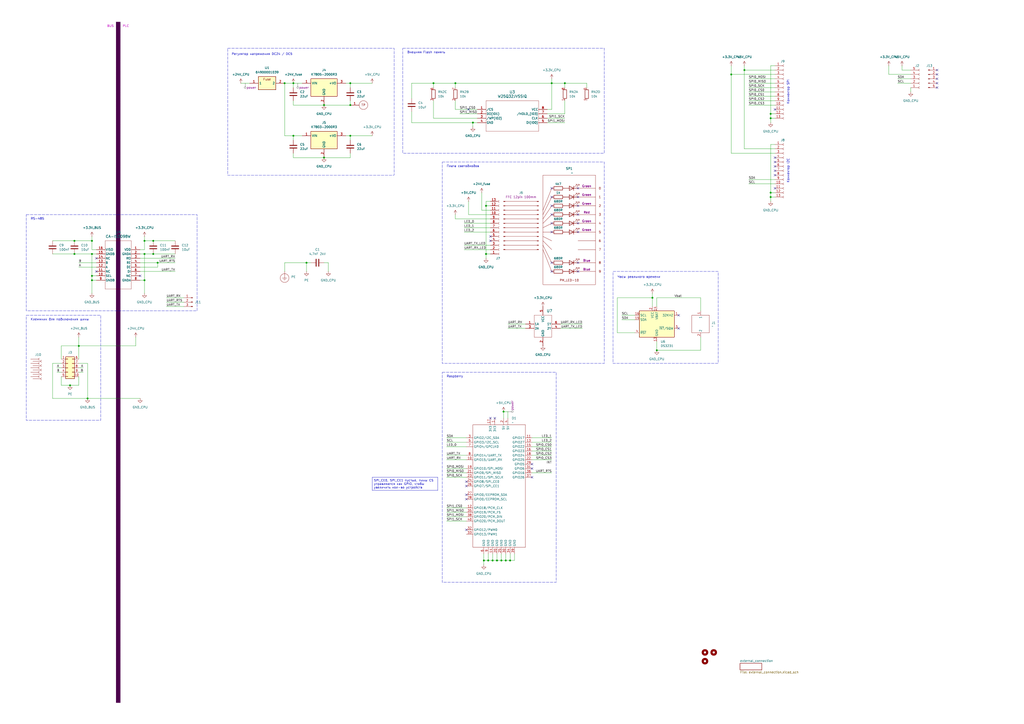
<source format=kicad_sch>
(kicad_sch (version 20250114) (generator "eeschema") (generator_version "9.0")
  (paper "A2")
  (title_block (title "${article} v${version}"))
  (rectangle (start 256.54 215.9) (end 322.58 337.82) (stroke (width 0) (type dash)))
  (rectangle (start 15.24 124.46) (end 114.3 180.34) (stroke (width 0) (type dash)))
  (rectangle (start 67.31 12.7) (end 69.85 407.67) (stroke (width 0) (type dot) (color 72 0 72 1)) (fill (type color) (color 72 0 72 1)))
  (rectangle (start 355.6 157.48) (end 416.56 210.82) (stroke (width 0) (type dash)))
  (rectangle (start 256.54 93.98) (end 350.52 210.82) (stroke (width 0) (type dash)))
  (rectangle (start 233.68 27.94) (end 350.52 88.9) (stroke (width 0) (type dash)))
  (rectangle (start 15.24 182.88) (end 58.42 243.84) (stroke (width 0) (type dash)))
  (rectangle (start 132.08 27.94) (end 228.6 101.6) (stroke (width 0) (type dash)))
  (text "BUS" (at 66.04 15.24 0) (effects (font (size 1.27 1.27)) (justify right)))
  (text "Клеммник для подключения шины" (at 17.78 185.42 0) (effects (font (size 1.27 1.27)) (justify left)))
  (text "RS-485" (at 17.78 127 0) (effects (font (size 1.27 1.27)) (justify left)))
  (text "Внешняя Flash память" (at 236.22 30.48 0) (effects (font (size 1.27 1.27)) (justify left)))
  (text "Raspberry" (at 259.08 218.44 0) (effects (font (size 1.27 1.27)) (justify left)))
  (text "PLC" (at 71.12 15.24 0) (effects (font (size 1.27 1.27)) (justify left)))
  (text "Коннектор SPI" (at 457.2 53.34 90) (effects (font (size 1.27 1.27))))
  (text "Часы реального времени" (at 358.14 160.02 0) (effects (font (size 1.27 1.27)) (justify left top)))
  (text "Коннектор I2C" (at 457.2 99.06 90) (effects (font (size 1.27 1.27))))
  (text "Регулятор напряжения DC24 / DC5" (at 134.366 31.496 0) (effects (font (size 1.27 1.27)) (justify left)))
  (text "Плата светодиодов" (at 259.08 96.52 0) (effects (font (size 1.27 1.27)) (justify left)))
  (text_box "SPI_CE0, SPI_CE1 пустые, пины CS управляются как GPIO, чтобы увеличить кол-во устройств" (at 215.9 276.86 0) (size 38.1 7.62) (margins 0.9525 0.9525 0.9525 0.9525) (effects (font (size 1.27 1.27)) (justify left)))
  (junction (at 447.04 111.76))
  (junction (at 170.18 48.26))
  (junction (at 53.34 160.02))
  (junction (at 83.82 139.7))
  (junction (at 281.94 119.38))
  (junction (at 288.29 325.12))
  (junction (at 447.04 66.04))
  (junction (at 43.18 139.7))
  (junction (at 177.8 152.4))
  (junction (at 281.94 147.32))
  (junction (at 320.04 48.26))
  (junction (at 327.66 48.26))
  (junction (at 83.82 147.32))
  (junction (at 45.72 200.66))
  (junction (at 83.82 162.56))
  (junction (at 187.96 60.96))
  (junction (at 53.34 139.7))
  (junction (at 53.34 147.32))
  (junction (at 264.16 48.26))
  (junction (at 165.1 48.26))
  (junction (at 50.8 231.14))
  (junction (at 53.34 162.56))
  (junction (at 431.8 40.64))
  (junction (at 290.83 325.12))
  (junction (at 251.46 48.26))
  (junction (at 203.2 60.96))
  (junction (at 293.37 325.12))
  (junction (at 187.96 91.44))
  (junction (at 285.75 325.12))
  (junction (at 40.64 223.52))
  (junction (at 91.44 152.4))
  (junction (at 292.1 238.76))
  (junction (at 43.18 147.32))
  (junction (at 295.91 325.12))
  (junction (at 88.9 139.7))
  (junction (at 88.9 147.32))
  (junction (at 447.04 114.3))
  (junction (at 381 203.2))
  (junction (at 274.32 71.12))
  (junction (at 447.04 68.58))
  (junction (at 203.2 48.26))
  (junction (at 378.46 172.72))
  (junction (at 283.21 325.12))
  (junction (at 424.18 43.18))
  (junction (at 170.18 78.74))
  (junction (at 203.2 78.74))
  (junction (at 280.67 325.12))
  (no_connect (at 55.88 157.48))
  (no_connect (at 449.58 99.06))
  (no_connect (at 320.04 119.38))
  (no_connect (at 270.51 281.94))
  (no_connect (at 308.61 276.86))
  (no_connect (at 335.28 119.38))
  (no_connect (at 449.58 63.5))
  (no_connect (at 335.28 109.22))
  (no_connect (at 335.28 124.46))
  (no_connect (at 449.58 101.6))
  (no_connect (at 449.58 91.44))
  (no_connect (at 320.04 157.48))
  (no_connect (at 543.56 48.26))
  (no_connect (at 287.02 242.57))
  (no_connect (at 320.04 152.4))
  (no_connect (at 335.28 129.54))
  (no_connect (at 449.58 93.98))
  (no_connect (at 320.04 129.54))
  (no_connect (at 270.51 307.34))
  (no_connect (at 543.56 45.72))
  (no_connect (at 543.56 43.18))
  (no_connect (at 543.56 50.8))
  (no_connect (at 270.51 289.56))
  (no_connect (at 335.28 134.62))
  (no_connect (at 81.28 160.02))
  (no_connect (at 335.28 114.3))
  (no_connect (at 543.56 40.64))
  (no_connect (at 449.58 109.22))
  (no_connect (at 55.88 149.86))
  (no_connect (at 335.28 152.4))
  (no_connect (at 335.28 157.48))
  (no_connect (at 449.58 96.52))
  (no_connect (at 270.51 287.02))
  (no_connect (at 284.48 137.16))
  (no_connect (at 284.48 242.57))
  (no_connect (at 271.78 63.5))
  (no_connect (at 284.48 139.7))
  (no_connect (at 320.04 124.46))
  (no_connect (at 320.04 114.3))
  (no_connect (at 320.04 134.62))
  (no_connect (at 308.61 271.78))
  (no_connect (at 393.7 190.5))
  (no_connect (at 270.51 279.4))
  (no_connect (at 308.61 269.24))
  (no_connect (at 320.04 109.22))
  (no_connect (at 393.7 182.88))
  (wire (pts (xy 264.16 48.26) (xy 264.16 50.8)))
  (wire (pts (xy 53.34 147.32) (xy 53.34 160.02)))
  (wire (pts (xy 45.72 215.9) (xy 48.26 215.9)))
  (wire (pts (xy 279.4 121.92) (xy 284.48 121.92)))
  (wire (pts (xy 447.04 71.12) (xy 447.04 68.58)))
  (wire (pts (xy 88.9 147.32) (xy 101.6 147.32)))
  (wire (pts (xy 449.58 114.3) (xy 447.04 114.3)))
  (wire (pts (xy 327.66 48.26) (xy 320.04 48.26)))
  (wire (pts (xy 358.14 172.72) (xy 378.46 172.72)))
  (wire (pts (xy 170.18 78.74) (xy 170.18 81.28)))
  (wire (pts (xy 35.56 208.28) (xy 35.56 200.66)))
  (wire (pts (xy 91.44 152.4) (xy 91.44 154.94)))
  (wire (pts (xy 96.52 175.26) (xy 106.68 175.26)))
  (wire (pts (xy 424.18 43.18) (xy 449.58 43.18)))
  (wire (pts (xy 381 198.12) (xy 381 203.2)))
  (wire (pts (xy 259.08 276.86) (xy 270.51 276.86)))
  (wire (pts (xy 190.5 157.48) (xy 190.5 152.4)))
  (wire (pts (xy 381 177.8) (xy 381 172.72)))
  (wire (pts (xy 203.2 78.74) (xy 215.9 78.74)))
  (wire (pts (xy 177.8 152.4) (xy 180.34 152.4)))
  (wire (pts (xy 317.5 68.58) (xy 327.66 68.58)))
  (wire (pts (xy 434.34 106.68) (xy 449.58 106.68)))
  (wire (pts (xy 308.61 264.16) (xy 320.04 264.16)))
  (wire (pts (xy 269.24 142.24) (xy 284.48 142.24)))
  (wire (pts (xy 360.68 185.42) (xy 368.3 185.42)))
  (wire (pts (xy 264.16 63.5) (xy 276.86 63.5)))
  (wire (pts (xy 40.64 223.52) (xy 45.72 223.52)))
  (wire (pts (xy 30.48 139.7) (xy 43.18 139.7)))
  (wire (pts (xy 406.4 172.72) (xy 406.4 180.34)))
  (wire (pts (xy 295.91 321.31) (xy 295.91 325.12)))
  (wire (pts (xy 78.74 195.58) (xy 78.74 200.66)))
  (wire (pts (xy 53.34 139.7) (xy 53.34 144.78)))
  (wire (pts (xy 35.56 223.52) (xy 40.64 223.52)))
  (wire (pts (xy 293.37 321.31) (xy 293.37 325.12)))
  (wire (pts (xy 81.28 149.86) (xy 101.6 149.86)))
  (wire (pts (xy 434.34 45.72) (xy 449.58 45.72)))
  (wire (pts (xy 45.72 195.58) (xy 45.72 200.66)))
  (wire (pts (xy 50.8 210.82) (xy 50.8 231.14)))
  (wire (pts (xy 35.56 210.82) (xy 30.48 210.82)))
  (wire (pts (xy 81.28 154.94) (xy 91.44 154.94)))
  (wire (pts (xy 280.67 321.31) (xy 280.67 325.12)))
  (wire (pts (xy 434.34 58.42) (xy 449.58 58.42)))
  (wire (pts (xy 55.88 147.32) (xy 53.34 147.32)))
  (wire (pts (xy 81.28 147.32) (xy 83.82 147.32)))
  (wire (pts (xy 45.72 152.4) (xy 55.88 152.4)))
  (wire (pts (xy 33.02 215.9) (xy 35.56 215.9)))
  (wire (pts (xy 449.58 88.9) (xy 424.18 88.9)))
  (wire (pts (xy 30.48 210.82) (xy 30.48 231.14)))
  (wire (pts (xy 238.76 57.15) (xy 238.76 48.26)))
  (wire (pts (xy 269.24 132.08) (xy 284.48 132.08)))
  (wire (pts (xy 308.61 254) (xy 320.04 254)))
  (wire (pts (xy 30.48 231.14) (xy 50.8 231.14)))
  (wire (pts (xy 170.18 60.96) (xy 187.96 60.96)))
  (wire (pts (xy 203.2 48.26) (xy 203.2 50.8)))
  (wire (pts (xy 294.64 187.96) (xy 304.8 187.96)))
  (wire (pts (xy 308.61 256.54) (xy 320.04 256.54)))
  (wire (pts (xy 271.78 116.84) (xy 271.78 124.46)))
  (wire (pts (xy 281.94 119.38) (xy 281.94 147.32)))
  (wire (pts (xy 170.18 48.26) (xy 175.26 48.26)))
  (wire (pts (xy 434.34 50.8) (xy 449.58 50.8)))
  (wire (pts (xy 203.2 58.42) (xy 203.2 60.96)))
  (wire (pts (xy 447.04 68.58) (xy 447.04 66.04)))
  (wire (pts (xy 281.94 119.38) (xy 284.48 119.38)))
  (wire (pts (xy 424.18 43.18) (xy 424.18 38.1)))
  (wire (pts (xy 281.94 116.84) (xy 281.94 119.38)))
  (wire (pts (xy 81.28 152.4) (xy 91.44 152.4)))
  (wire (pts (xy 283.21 325.12) (xy 285.75 325.12)))
  (wire (pts (xy 203.2 88.9) (xy 203.2 91.44)))
  (wire (pts (xy 170.18 78.74) (xy 165.1 78.74)))
  (wire (pts (xy 50.8 231.14) (xy 81.28 231.14)))
  (wire (pts (xy 139.7 48.26) (xy 144.78 48.26)))
  (wire (pts (xy 431.8 40.64) (xy 449.58 40.64)))
  (wire (pts (xy 320.04 48.26) (xy 320.04 45.72)))
  (wire (pts (xy 170.18 60.96) (xy 170.18 58.42)))
  (wire (pts (xy 447.04 38.1) (xy 447.04 66.04)))
  (wire (pts (xy 337.82 187.96) (xy 325.12 187.96)))
  (wire (pts (xy 43.18 139.7) (xy 53.34 139.7)))
  (wire (pts (xy 520.7 48.26) (xy 528.32 48.26)))
  (wire (pts (xy 294.64 238.76) (xy 292.1 238.76)))
  (wire (pts (xy 251.46 48.26) (xy 251.46 50.8)))
  (wire (pts (xy 187.96 60.96) (xy 203.2 60.96)))
  (wire (pts (xy 83.82 137.16) (xy 83.82 139.7)))
  (wire (pts (xy 378.46 170.18) (xy 378.46 172.72)))
  (wire (pts (xy 358.14 193.04) (xy 368.3 193.04)))
  (wire (pts (xy 280.67 325.12) (xy 283.21 325.12)))
  (wire (pts (xy 381 172.72) (xy 406.4 172.72)))
  (wire (pts (xy 378.46 172.72) (xy 378.46 177.8)))
  (wire (pts (xy 281.94 147.32) (xy 284.48 147.32)))
  (wire (pts (xy 175.26 78.74) (xy 170.18 78.74)))
  (wire (pts (xy 447.04 114.3) (xy 447.04 116.84)))
  (wire (pts (xy 308.61 259.08) (xy 320.04 259.08)))
  (wire (pts (xy 96.52 172.72) (xy 106.68 172.72)))
  (wire (pts (xy 294.64 190.5) (xy 304.8 190.5)))
  (wire (pts (xy 327.66 66.04) (xy 327.66 58.42)))
  (wire (pts (xy 269.24 144.78) (xy 284.48 144.78)))
  (wire (pts (xy 203.2 48.26) (xy 215.9 48.26)))
  (wire (pts (xy 165.1 152.4) (xy 177.8 152.4)))
  (wire (pts (xy 449.58 86.36) (xy 431.8 86.36)))
  (wire (pts (xy 320.04 63.5) (xy 320.04 48.26)))
  (wire (pts (xy 449.58 111.76) (xy 447.04 111.76)))
  (wire (pts (xy 33.02 213.36) (xy 35.56 213.36)))
  (wire (pts (xy 259.08 264.16) (xy 270.51 264.16)))
  (wire (pts (xy 528.32 50.8) (xy 528.32 53.34)))
  (wire (pts (xy 271.78 124.46) (xy 284.48 124.46)))
  (wire (pts (xy 434.34 48.26) (xy 449.58 48.26)))
  (wire (pts (xy 259.08 266.7) (xy 270.51 266.7)))
  (wire (pts (xy 276.86 68.58) (xy 251.46 68.58)))
  (wire (pts (xy 308.61 274.32) (xy 320.04 274.32)))
  (wire (pts (xy 279.4 111.76) (xy 279.4 121.92)))
  (wire (pts (xy 288.29 325.12) (xy 290.83 325.12)))
  (wire (pts (xy 53.34 160.02) (xy 55.88 160.02)))
  (wire (pts (xy 528.32 43.18) (xy 515.62 43.18)))
  (wire (pts (xy 170.18 91.44) (xy 187.96 91.44)))
  (wire (pts (xy 91.44 152.4) (xy 101.6 152.4)))
  (wire (pts (xy 434.34 55.88) (xy 449.58 55.88)))
  (wire (pts (xy 298.45 321.31) (xy 298.45 325.12)))
  (wire (pts (xy 523.24 40.64) (xy 523.24 38.1)))
  (wire (pts (xy 45.72 154.94) (xy 55.88 154.94)))
  (wire (pts (xy 251.46 58.42) (xy 251.46 68.58)))
  (wire (pts (xy 269.24 129.54) (xy 284.48 129.54)))
  (wire (pts (xy 424.18 88.9) (xy 424.18 43.18)))
  (wire (pts (xy 259.08 274.32) (xy 270.51 274.32)))
  (wire (pts (xy 83.82 147.32) (xy 83.82 162.56)))
  (wire (pts (xy 308.61 266.7) (xy 320.04 266.7)))
  (wire (pts (xy 285.75 321.31) (xy 285.75 325.12)))
  (wire (pts (xy 259.08 297.18) (xy 270.51 297.18)))
  (wire (pts (xy 190.5 152.4) (xy 187.96 152.4)))
  (wire (pts (xy 337.82 190.5) (xy 325.12 190.5)))
  (wire (pts (xy 274.32 71.12) (xy 274.32 73.66)))
  (wire (pts (xy 259.08 299.72) (xy 270.51 299.72)))
  (wire (pts (xy 447.04 83.82) (xy 447.04 111.76)))
  (wire (pts (xy 294.64 238.76) (xy 294.64 242.57)))
  (wire (pts (xy 30.48 147.32) (xy 43.18 147.32)))
  (wire (pts (xy 35.56 200.66) (xy 45.72 200.66)))
  (wire (pts (xy 269.24 134.62) (xy 284.48 134.62)))
  (wire (pts (xy 264.16 127) (xy 284.48 127)))
  (wire (pts (xy 83.82 162.56) (xy 83.82 170.18)))
  (wire (pts (xy 340.36 50.8) (xy 340.36 48.26)))
  (wire (pts (xy 327.66 48.26) (xy 327.66 50.8)))
  (wire (pts (xy 259.08 259.08) (xy 270.51 259.08)))
  (wire (pts (xy 177.8 152.4) (xy 177.8 157.48)))
  (wire (pts (xy 259.08 254) (xy 270.51 254)))
  (wire (pts (xy 290.83 321.31) (xy 290.83 325.12)))
  (wire (pts (xy 170.18 48.26) (xy 170.18 50.8)))
  (wire (pts (xy 83.82 144.78) (xy 83.82 139.7)))
  (wire (pts (xy 381 203.2) (xy 406.4 203.2)))
  (wire (pts (xy 431.8 86.36) (xy 431.8 40.64)))
  (wire (pts (xy 266.7 66.04) (xy 276.86 66.04)))
  (wire (pts (xy 358.14 172.72) (xy 358.14 193.04)))
  (wire (pts (xy 447.04 111.76) (xy 447.04 114.3)))
  (wire (pts (xy 283.21 321.31) (xy 283.21 325.12)))
  (wire (pts (xy 434.34 60.96) (xy 449.58 60.96)))
  (wire (pts (xy 83.82 144.78) (xy 81.28 144.78)))
  (wire (pts (xy 259.08 256.54) (xy 270.51 256.54)))
  (wire (pts (xy 53.34 144.78) (xy 55.88 144.78)))
  (wire (pts (xy 200.66 78.74) (xy 203.2 78.74)))
  (wire (pts (xy 53.34 137.16) (xy 53.34 139.7)))
  (wire (pts (xy 406.4 203.2) (xy 406.4 195.58)))
  (wire (pts (xy 238.76 71.12) (xy 274.32 71.12)))
  (wire (pts (xy 165.1 78.74) (xy 165.1 48.26)))
  (wire (pts (xy 281.94 147.32) (xy 281.94 149.86)))
  (wire (pts (xy 259.08 294.64) (xy 270.51 294.64)))
  (wire (pts (xy 45.72 210.82) (xy 50.8 210.82)))
  (wire (pts (xy 434.34 104.14) (xy 449.58 104.14)))
  (wire (pts (xy 203.2 91.44) (xy 187.96 91.44)))
  (wire (pts (xy 340.36 48.26) (xy 327.66 48.26)))
  (wire (pts (xy 165.1 48.26) (xy 170.18 48.26)))
  (wire (pts (xy 449.58 83.82) (xy 447.04 83.82)))
  (wire (pts (xy 83.82 162.56) (xy 81.28 162.56)))
  (wire (pts (xy 83.82 139.7) (xy 88.9 139.7)))
  (wire (pts (xy 317.5 66.04) (xy 327.66 66.04)))
  (wire (pts (xy 515.62 43.18) (xy 515.62 38.1)))
  (wire (pts (xy 317.5 71.12) (xy 327.66 71.12)))
  (wire (pts (xy 317.5 63.5) (xy 320.04 63.5)))
  (wire (pts (xy 88.9 139.7) (xy 101.6 139.7)))
  (wire (pts (xy 45.72 213.36) (xy 48.26 213.36)))
  (wire (pts (xy 251.46 48.26) (xy 264.16 48.26)))
  (wire (pts (xy 280.67 325.12) (xy 280.67 327.66)))
  (wire (pts (xy 96.52 177.8) (xy 106.68 177.8)))
  (wire (pts (xy 45.72 208.28) (xy 45.72 200.66)))
  (wire (pts (xy 81.28 157.48) (xy 101.6 157.48)))
  (wire (pts (xy 449.58 66.04) (xy 447.04 66.04)))
  (wire (pts (xy 35.56 218.44) (xy 35.56 223.52)))
  (wire (pts (xy 238.76 48.26) (xy 251.46 48.26)))
  (wire (pts (xy 264.16 58.42) (xy 264.16 63.5)))
  (wire (pts (xy 276.86 71.12) (xy 274.32 71.12)))
  (wire (pts (xy 292.1 238.76) (xy 292.1 242.57)))
  (wire (pts (xy 203.2 78.74) (xy 203.2 81.28)))
  (wire (pts (xy 288.29 321.31) (xy 288.29 325.12)))
  (wire (pts (xy 53.34 160.02) (xy 53.34 162.56)))
  (wire (pts (xy 53.34 162.56) (xy 55.88 162.56)))
  (wire (pts (xy 449.58 38.1) (xy 447.04 38.1)))
  (wire (pts (xy 290.83 325.12) (xy 293.37 325.12)))
  (wire (pts (xy 295.91 325.12) (xy 298.45 325.12)))
  (wire (pts (xy 520.7 45.72) (xy 528.32 45.72)))
  (wire (pts (xy 78.74 200.66) (xy 45.72 200.66)))
  (wire (pts (xy 45.72 223.52) (xy 45.72 218.44)))
  (wire (pts (xy 360.68 182.88) (xy 368.3 182.88)))
  (wire (pts (xy 170.18 88.9) (xy 170.18 91.44)))
  (wire (pts (xy 264.16 48.26) (xy 320.04 48.26)))
  (wire (pts (xy 43.18 147.32) (xy 53.34 147.32)))
  (wire (pts (xy 308.61 261.62) (xy 320.04 261.62)))
  (wire (pts (xy 431.8 38.1) (xy 431.8 40.64)))
  (wire (pts (xy 264.16 127) (xy 264.16 124.46)))
  (wire (pts (xy 259.08 271.78) (xy 270.51 271.78)))
  (wire (pts (xy 83.82 147.32) (xy 88.9 147.32)))
  (wire (pts (xy 165.1 157.48) (xy 165.1 152.4)))
  (wire (pts (xy 434.34 53.34) (xy 449.58 53.34)))
  (wire (pts (xy 53.34 162.56) (xy 53.34 170.18)))
  (wire (pts (xy 528.32 40.64) (xy 523.24 40.64)))
  (wire (pts (xy 200.66 48.26) (xy 203.2 48.26)))
  (wire (pts (xy 447.04 68.58) (xy 449.58 68.58)))
  (wire (pts (xy 293.37 325.12) (xy 295.91 325.12)))
  (wire (pts (xy 238.76 64.77) (xy 238.76 71.12)))
  (wire (pts (xy 285.75 325.12) (xy 288.29 325.12)))
  (wire (pts (xy 284.48 116.84) (xy 281.94 116.84)))
  (wire (pts (xy 259.08 302.26) (xy 270.51 302.26)))
  (label "SPI1_MOSI" (at 259.08 299.72 0))
  (label "UART_RTS" (at 320.04 274.32 180))
  (label "UART_RTS" (at 96.52 175.26 0))
  (label "Vbat" (at 391.16 172.72 0))
  (label "SPI0_CS2" (at 434.34 58.42 0))
  (label "UART_RX_LED" (at 269.24 144.78 0))
  (label "SDA" (at 434.34 104.14 0))
  (label "SPI0_CS0" (at 434.34 53.34 0))
  (label "UART_TX_LED" (at 269.24 142.24 0))
  (label "LED_1" (at 269.24 132.08 0))
  (label "SPI1_MOSI" (at 327.66 71.12 180))
  (label "UART_RX" (at 294.64 187.96 0))
  (label "SCL" (at 434.34 106.68 0))
  (label "UART_RTS" (at 101.6 152.4 180))
  (label "LED_2" (at 269.24 134.62 0))
  (label "SDA" (at 259.08 254 0))
  (label "A" (at 33.02 213.36 0))
  (label "SPI0_CS1" (at 434.34 55.88 0))
  (label "SPI1_MISO" (at 266.7 66.04 0))
  (label "A" (at 48.26 213.36 180))
  (label "SPI1_CS0" (at 259.08 294.64 0))
  (label "SDA" (at 360.68 185.42 0))
  (label "UART_TX_LED" (at 337.82 190.5 180))
  (label "UART_TX" (at 294.64 190.5 0))
  (label "SPI0_SCK" (at 259.08 276.86 0))
  (label "UART_RX" (at 259.08 266.7 0))
  (label "SPI0_CS3" (at 320.04 266.7 180))
  (label "UART_RX_LED" (at 337.82 187.96 180))
  (label "SPI1_SCK" (at 327.66 68.58 180))
  (label "INT" (at 320.04 269.24 180))
  (label "UART_RX" (at 96.52 172.72 0))
  (label "LED_2" (at 320.04 256.54 180))
  (label "B" (at 33.02 215.9 0))
  (label "SPI0_CS2" (at 320.04 264.16 180))
  (label "SPI1_SCK" (at 259.08 302.26 0))
  (label "SDA" (at 520.7 45.72 0))
  (label "LED_0" (at 259.08 259.08 0))
  (label "LED_1" (at 320.04 254 180))
  (label "SPI1_CS0" (at 266.7 63.5 0))
  (label "UART_TX" (at 259.08 264.16 0))
  (label "LED_0" (at 269.24 129.54 0))
  (label "SPI0_MOSI" (at 434.34 45.72 0))
  (label "UART_TX" (at 101.6 157.48 180))
  (label "B" (at 45.72 152.4 0))
  (label "B" (at 48.26 215.9 180))
  (label "SPI0_CS1" (at 320.04 261.62 180))
  (label "UART_RX" (at 101.6 149.86 180))
  (label "SPI0_MISO" (at 434.34 48.26 0))
  (label "SPI0_CS0" (at 320.04 259.08 180))
  (label "SCL" (at 259.08 256.54 0))
  (label "SPI0_MOSI" (at 259.08 271.78 0))
  (label "UART_TX" (at 96.52 177.8 0))
  (label "A" (at 45.72 154.94 0))
  (label "SCL" (at 520.7 48.26 0))
  (label "SPI0_MISO" (at 259.08 274.32 0))
  (label "SPI1_MISO" (at 259.08 297.18 0))
  (label "SPI0_SCK" (at 434.34 50.8 0))
  (label "SPI0_CS3" (at 434.34 60.96 0))
  (label "SCL" (at 360.68 182.88 0))
  (netclass_flag "" (length 2.54) (shape round) (at 172.72 48.26 180) (property "Netclass" "power" (at 173.4185 50.8 0) (effects (font (italic yes)) (justify left))))
  (netclass_flag "" (length 2.54) (shape round) (at 294.64 238.76 270) (property "Netclass" "power" (at 297.18 238.0615 90) (effects (font (italic yes)) (justify left))))
  (netclass_flag "" (length 2.54) (shape round) (at 142.24 48.26 180) (property "Netclass" "power" (at 142.9385 50.8 0) (effects (font (italic yes)) (justify left))))
  (symbol (lib_id "kicad_inventree_lib:15EDGKNH-3.5-10P") (at 22.86 213.36 0) (unit 1) (on_board no)
    (property "Reference" "J10" (at 20.32 205.74 0) (effects (justify left)))
    (property "Value" "15EDGKNH-3.5-10P" (effects (hide yes)))
    (property "Datasheet" "http://inventree.network/part/257/" (effects (hide yes)))
    (property "Description" "Generic connector, single row, 01x05, script generated" (effects (hide yes)))
    (property "part_ipn" "15EDGKNH-3.5-10P" (effects (hide yes)))
  )
  (symbol (lib_id "power:GND") (at 187.96 60.96 0) (unit 1)
    (property "Reference" "#PWR04" (effects (hide yes)))
    (property "Value" "GND_CPU" (at 187.96 66.04 0))
    (property "Description" "Power symbol creates a global label with name \"GND\" , ground" (effects (hide yes)))
  )
  (symbol (lib_id "kicad_inventree_lib:R_680R_0603_1%") (at 323.85 129.54 90) (unit 1) (on_board no)
    (property "Reference" "R5" (effects (hide yes)))
    (property "Value" "680R" (at 323.85 127 90))
    (property "Footprint" "Resistor_SMD:R_0603_1608Metric" (effects (hide yes)))
    (property "Datasheet" "http://inventree.network/part/281/" (effects (hide yes)))
    (property "Description" "Resistor" (effects (hide yes)))
    (property "part_ipn" "R_680R_0603_1%" (effects (hide yes)))
  )
  (symbol (lib_id "power:GND") (at 40.64 223.52 0) (mirror y) (unit 1)
    (property "Reference" "#PWR023" (effects (hide yes)))
    (property "Value" "PE" (at 40.64 228.6 0))
    (property "Description" "Power symbol creates a global label with name \"GND\" , ground" (effects (hide yes)))
  )
  (symbol (lib_id "kicad_inventree_lib:R_680R_0603_1%") (at 323.85 157.48 90) (unit 1) (on_board no)
    (property "Reference" "R8" (effects (hide yes)))
    (property "Value" "680R" (at 323.85 154.94 90))
    (property "Footprint" "Resistor_SMD:R_0603_1608Metric" (effects (hide yes)))
    (property "Datasheet" "http://inventree.network/part/281/" (effects (hide yes)))
    (property "Description" "Resistor" (effects (hide yes)))
    (property "part_ipn" "R_680R_0603_1%" (effects (hide yes)))
  )
  (symbol (lib_id "power:+3.3V") (at 515.62 38.1 0) (unit 1)
    (property "Reference" "#PWR030" (effects (hide yes)))
    (property "Value" "+3.3V_CPU" (at 515.62 33.02 0))
    (property "Description" "Power symbol creates a global label with name \"+3.3V\"" (effects (hide yes)))
  )
  (symbol (lib_id "kicad_inventree_lib:MountingHole_M3") (at 408.94 383.54 0) (unit 1) (exclude_from_sim yes) (in_bom no)
    (property "Reference" "H2" (effects (hide yes)))
    (property "Value" "MountingHole_M3" (effects (hide yes)))
    (property "Footprint" "kicad_inventree_lib:MountingHole_M3" (effects (hide yes)))
    (property "Description" "Mounting Hole without connection" (effects (hide yes)))
  )
  (symbol (lib_id "kicad_inventree_lib:XL-1606SYGC") (at 331.47 109.22 180) (unit 1) (on_board no)
    (property "Reference" "D2" (effects (hide yes)))
    (property "Value" "XL-1606SYGC" (effects (hide yes)))
    (property "Footprint" "kicad_inventree_lib:XL-1606" (effects (hide yes)))
    (property "Datasheet" "http://inventree.network/part/278/" (effects (hide yes)))
    (property "Description" "Green" (at 340.36 107.95 0))
    (property "part_ipn" "XL-1606SYGC" (effects (hide yes)))
  )
  (symbol (lib_id "power:+3.3V") (at 314.96 177.8 0) (unit 1)
    (property "Reference" "#PWR037" (effects (hide yes)))
    (property "Value" "+3.3V_CPU" (at 314.96 172.72 0))
    (property "Description" "Power symbol creates a global label with name \"+3.3V\"" (effects (hide yes)))
  )
  (symbol (lib_id "power:+5V") (at 215.9 48.26 0) (unit 1)
    (property "Reference" "#PWR03" (effects (hide yes)))
    (property "Value" "+5V_CPU" (at 215.9 43.18 0))
    (property "Description" "Power symbol creates a global label with name \"+5V\"" (effects (hide yes)))
  )
  (symbol (lib_id "power:GND") (at 280.67 327.66 0) (unit 1)
    (property "Reference" "#PWR017" (effects (hide yes)))
    (property "Value" "GND_CPU" (at 280.67 332.74 0))
    (property "Description" "Power symbol creates a global label with name \"GND\" , ground" (effects (hide yes)))
  )
  (symbol (lib_id "power:+3.3V") (at 320.04 45.72 0) (unit 1)
    (property "Reference" "#PWR014" (effects (hide yes)))
    (property "Value" "+3.3V_CPU" (at 320.04 40.64 0))
    (property "Description" "Power symbol creates a global label with name \"+3.3V\"" (effects (hide yes)))
  )
  (symbol (lib_id "kicad_inventree_lib:XL-1606SYGC") (at 331.47 114.3 180) (unit 1) (on_board no)
    (property "Reference" "D3" (effects (hide yes)))
    (property "Value" "XL-1606SYGC" (effects (hide yes)))
    (property "Footprint" "kicad_inventree_lib:XL-1606" (effects (hide yes)))
    (property "Datasheet" "http://inventree.network/part/278/" (effects (hide yes)))
    (property "Description" "Green" (at 340.36 113.03 0))
    (property "part_ipn" "XL-1606SYGC" (effects (hide yes)))
  )
  (symbol (lib_id "power:+5V") (at 78.74 195.58 0) (mirror y) (unit 1)
    (property "Reference" "#PWR025" (effects (hide yes)))
    (property "Value" "+24V_CPU" (at 78.74 190.5 0))
    (property "Description" "Power symbol creates a global label with name \"+5V\"" (effects (hide yes)))
  )
  (symbol (lib_id "power:GND") (at 281.94 149.86 0) (unit 1)
    (property "Reference" "#PWR032" (effects (hide yes)))
    (property "Value" "GND_CPU" (at 281.94 154.94 0))
    (property "Description" "Power symbol creates a global label with name \"GND\" , ground" (effects (hide yes)))
  )
  (symbol (lib_id "power:GND") (at 381 203.2 0) (unit 1)
    (property "Reference" "#PWR034" (effects (hide yes)))
    (property "Value" "GND_CPU" (at 381 208.28 0))
    (property "Description" "Power symbol creates a global label with name \"GND\" , ground" (effects (hide yes)))
  )
  (symbol (lib_id "kicad_inventree_lib:R_680R_0603_1%") (at 323.85 152.4 90) (unit 1) (on_board no)
    (property "Reference" "R7" (effects (hide yes)))
    (property "Value" "680R" (at 323.85 149.86 90))
    (property "Footprint" "Resistor_SMD:R_0603_1608Metric" (effects (hide yes)))
    (property "Datasheet" "http://inventree.network/part/281/" (effects (hide yes)))
    (property "Description" "Resistor" (effects (hide yes)))
    (property "part_ipn" "R_680R_0603_1%" (effects (hide yes)))
  )
  (symbol (lib_id "kicad_inventree_lib:XL-1606SYGC") (at 331.47 129.54 180) (unit 1) (on_board no)
    (property "Reference" "D6" (effects (hide yes)))
    (property "Value" "XL-1606SYGC" (effects (hide yes)))
    (property "Footprint" "kicad_inventree_lib:XL-1606" (effects (hide yes)))
    (property "Datasheet" "http://inventree.network/part/278/" (effects (hide yes)))
    (property "Description" "Green" (at 340.36 128.27 0))
    (property "part_ipn" "XL-1606SYGC" (effects (hide yes)))
  )
  (symbol (lib_id "kicad_inventree_lib:BS-12-A1AJ002-F") (at 406.4 182.88 0) (unit 1)
    (property "Reference" "J1" (at 412.75 187.3249 0) (effects (justify left)))
    (property "Value" "~" (at 412.75 189.23 0) (effects (justify left)))
    (property "Footprint" "kicad_inventree_lib:BS-12-A1AJ002-F" (effects (hide yes)))
    (property "Datasheet" "http://inventree.network/part/215/" (effects (hide yes)))
    (property "part_ipn" "BS-12-A1AJ002-F" (effects (hide yes)))
  )
  (symbol (lib_id "kicad_inventree_lib:XL-1606SYGC") (at 331.47 134.62 180) (unit 1) (on_board no)
    (property "Reference" "D7" (effects (hide yes)))
    (property "Value" "XL-1606SYGC" (effects (hide yes)))
    (property "Footprint" "kicad_inventree_lib:XL-1606" (effects (hide yes)))
    (property "Datasheet" "http://inventree.network/part/278/" (effects (hide yes)))
    (property "Description" "Green" (at 340.36 133.35 0))
    (property "part_ipn" "XL-1606SYGC" (effects (hide yes)))
  )
  (symbol (lib_id "kicad_inventree_lib:C_22uF_50V_2220_MLCC-X7R") (at 203.2 54.61 0) (unit 1)
    (property "Reference" "C3" (at 207.01 53.3399 0) (effects (justify left)))
    (property "Value" "22uF" (at 207.01 55.8799 0) (effects (justify left)))
    (property "Footprint" "Capacitor_SMD:C_2220_5750Metric" (effects (hide yes)))
    (property "Datasheet" "http://inventree.network/part/99/" (effects (hide yes)))
    (property "Description" "Unpolarized capacitor" (effects (hide yes)))
    (property "part_ipn" "C_22uF_50V_2220_MLCC-X7R" (effects (hide yes)))
  )
  (symbol (lib_id "power:GND") (at 528.32 53.34 0) (mirror y) (unit 1)
    (property "Reference" "#PWR031" (effects (hide yes)))
    (property "Value" "GND_CPU" (at 528.32 58.42 0))
    (property "Description" "Power symbol creates a global label with name \"GND\" , ground" (effects (hide yes)))
  )
  (symbol (lib_id "power:+5V") (at 431.8 38.1 0) (unit 1)
    (property "Reference" "#PWR028" (effects (hide yes)))
    (property "Value" "+5V_CPU" (at 431.8 33.02 0))
    (property "Description" "Power symbol creates a global label with name \"+5V\"" (effects (hide yes)))
  )
  (symbol (lib_id "kicad_inventree_lib:XL-1606UBC") (at 331.47 157.48 180) (unit 1) (on_board no)
    (property "Reference" "D9" (effects (hide yes)))
    (property "Value" "XL-1606UBC" (effects (hide yes)))
    (property "Footprint" "kicad_inventree_lib:XL-1606" (effects (hide yes)))
    (property "Datasheet" "http://inventree.network/part/277/" (effects (hide yes)))
    (property "Description" "Blue" (at 340.36 156.21 0))
    (property "part_ipn" "XL-1606UBC" (effects (hide yes)))
  )
  (symbol (lib_id "kicad_inventree_lib:AFA07-S12FCC-00") (at 454.66 93.98 0) (unit 1)
    (property "Reference" "J8" (at 454.025 81.28 0))
    (property "Value" "AFA07-S10FCC-00" (effects (hide yes)))
    (property "Footprint" "kicad_inventree_lib:CONN10_AFA07-S12_JUS" (effects (hide yes)))
    (property "Datasheet" "http://inventree.network/part/170/" (effects (hide yes)))
    (property "Description" "Generic connector, single row, 01x10, script generated" (effects (hide yes)))
    (property "part_ipn" "AFA07-S12FCC-00" (effects (hide yes)))
  )
  (symbol (lib_id "kicad_inventree_lib:R_680R_0603_1%") (at 323.85 124.46 90) (unit 1) (on_board no)
    (property "Reference" "R4" (effects (hide yes)))
    (property "Value" "680R" (at 323.85 121.92 90))
    (property "Footprint" "Resistor_SMD:R_0603_1608Metric" (effects (hide yes)))
    (property "Datasheet" "http://inventree.network/part/281/" (effects (hide yes)))
    (property "Description" "Resistor" (effects (hide yes)))
    (property "part_ipn" "R_680R_0603_1%" (effects (hide yes)))
  )
  (symbol (lib_id "kicad_inventree_lib:R_1k_0603_1%") (at 323.85 114.3 90) (unit 1) (on_board no)
    (property "Reference" "R1" (effects (hide yes)))
    (property "Value" "1k" (at 323.85 111.76 90))
    (property "Footprint" "Resistor_SMD:R_0603_1608Metric" (effects (hide yes)))
    (property "Datasheet" "http://inventree.network/part/280/" (effects (hide yes)))
    (property "Description" "Resistor" (effects (hide yes)))
    (property "part_ipn" "R_1k_0603_1%" (effects (hide yes)))
  )
  (symbol (lib_id "kicad_inventree_lib:RaspberryPi") (at 289.56 246.38 0) (unit 1) (in_bom no)
    (property "Reference" "D1" (at 296.8341 242.57 0) (effects (justify left)))
    (property "Value" "~" (at 296.8341 245.11 0) (effects (justify left)))
    (property "Footprint" "kicad_inventree_lib:RaspberryPi" (effects (hide yes)))
    (property "NextPCB_price" "200" (effects (hide yes)))
  )
  (symbol (lib_id "kicad_inventree_lib:XL-1606SURC") (at 331.47 124.46 180) (unit 1) (on_board no)
    (property "Reference" "D5" (effects (hide yes)))
    (property "Value" "XL-1606SURC" (effects (hide yes)))
    (property "Footprint" "kicad_inventree_lib:XL-1606" (effects (hide yes)))
    (property "Datasheet" "http://inventree.network/part/279/" (effects (hide yes)))
    (property "Description" "Red" (at 340.36 123.19 0))
    (property "part_ipn" "XL-1606SURC" (effects (hide yes)))
  )
  (symbol (lib_id "power:+5V") (at 139.7 48.26 0) (unit 1)
    (property "Reference" "#PWR010" (effects (hide yes)))
    (property "Value" "+24V_CPU" (at 139.7 43.18 0))
    (property "Description" "Power symbol creates a global label with name \"+5V\"" (effects (hide yes)))
  )
  (symbol (lib_id "kicad_inventree_lib:PE") (at 165.1 157.48 0) (unit 1) (in_bom no)
    (property "Reference" "PE1" (effects (hide yes)))
    (property "Value" "PE" (at 168.91 160.6549 0) (effects (justify left)))
    (property "Footprint" "kicad_inventree_lib:PE" (effects (hide yes)))
    (property "Description" "Power symbol creates a global label with name \"Earth_Protective\"" (effects (hide yes)))
  )
  (symbol (lib_id "kicad_inventree_lib:C_22uF_50V_2220_MLCC-X7R") (at 170.18 85.09 0) (unit 1)
    (property "Reference" "C5" (at 173.99 83.8199 0) (effects (justify left)))
    (property "Value" "22uF" (at 173.99 86.3599 0) (effects (justify left)))
    (property "Footprint" "Capacitor_SMD:C_2220_5750Metric" (effects (hide yes)))
    (property "Datasheet" "http://inventree.network/part/99/" (effects (hide yes)))
    (property "Description" "Unpolarized capacitor" (effects (hide yes)))
    (property "part_ipn" "C_22uF_50V_2220_MLCC-X7R" (effects (hide yes)))
  )
  (symbol (lib_id "power:+5V") (at 279.4 111.76 0) (unit 1)
    (property "Reference" "#PWR015" (effects (hide yes)))
    (property "Value" "+24V_fuse" (at 279.4 106.68 0))
    (property "Description" "Power symbol creates a global label with name \"+5V\"" (effects (hide yes)))
  )
  (symbol (lib_id "power:+3.3V") (at 378.46 170.18 0) (unit 1)
    (property "Reference" "#PWR033" (effects (hide yes)))
    (property "Value" "+3.3V_CPU" (at 378.46 165.1 0))
    (property "Description" "Power symbol creates a global label with name \"+3.3V\"" (effects (hide yes)))
  )
  (symbol (lib_id "power:+5V") (at 271.78 116.84 0) (unit 1)
    (property "Reference" "#PWR013" (effects (hide yes)))
    (property "Value" "+5V_CPU" (at 271.78 111.76 0))
    (property "Description" "Power symbol creates a global label with name \"+5V\"" (effects (hide yes)))
  )
  (symbol (lib_id "power:+3.3V") (at 264.16 124.46 0) (unit 1)
    (property "Reference" "#PWR022" (effects (hide yes)))
    (property "Value" "+3.3V_CPU" (at 264.16 119.38 0))
    (property "Description" "Power symbol creates a global label with name \"+3.3V\"" (effects (hide yes)))
  )
  (symbol (lib_id "kicad_inventree_lib:C_22uF_50V_2220_MLCC-X7R") (at 203.2 85.09 0) (unit 1)
    (property "Reference" "C6" (at 207.01 83.8199 0) (effects (justify left)))
    (property "Value" "22uF" (at 207.01 86.3599 0) (effects (justify left)))
    (property "Footprint" "Capacitor_SMD:C_2220_5750Metric" (effects (hide yes)))
    (property "Datasheet" "http://inventree.network/part/99/" (effects (hide yes)))
    (property "Description" "Unpolarized capacitor" (effects (hide yes)))
    (property "part_ipn" "C_22uF_50V_2220_MLCC-X7R" (effects (hide yes)))
  )
  (symbol (lib_id "power:+5V") (at 170.18 48.26 0) (unit 1)
    (property "Reference" "#PWR040" (effects (hide yes)))
    (property "Value" "+24V_fuse" (at 170.18 43.18 0))
    (property "Description" "Power symbol creates a global label with name \"+5V\"" (effects (hide yes)))
  )
  (symbol (lib_id "kicad_inventree_lib:R_680R_0603_1%") (at 323.85 119.38 90) (unit 1) (on_board no)
    (property "Reference" "R3" (effects (hide yes)))
    (property "Value" "680R" (at 323.85 116.84 90))
    (property "Footprint" "Resistor_SMD:R_0603_1608Metric" (effects (hide yes)))
    (property "Datasheet" "http://inventree.network/part/281/" (effects (hide yes)))
    (property "Description" "Resistor" (effects (hide yes)))
    (property "part_ipn" "R_680R_0603_1%" (effects (hide yes)))
  )
  (symbol (lib_id "kicad_inventree_lib:XL-1606UBC") (at 331.47 152.4 180) (unit 1) (on_board no)
    (property "Reference" "D8" (effects (hide yes)))
    (property "Value" "XL-1606UBC" (effects (hide yes)))
    (property "Footprint" "kicad_inventree_lib:XL-1606" (effects (hide yes)))
    (property "Datasheet" "http://inventree.network/part/277/" (effects (hide yes)))
    (property "Description" "Blue" (at 340.36 151.13 0))
    (property "part_ipn" "XL-1606UBC" (effects (hide yes)))
  )
  (symbol (lib_id "kicad_inventree_lib:15EDGK-3.5-05P") (at 538.48 50.8 0) (unit 1) (on_board no)
    (property "Reference" "J13" (at 539.115 38.1 0))
    (property "Value" "15EDGK-3.5-05P" (effects (hide yes)))
    (property "Datasheet" "http://inventree.network/part/250/" (effects (hide yes)))
    (property "Description" "Generic connector, single row, 01x10, script generated" (effects (hide yes)))
    (property "part_ipn" "15EDGK-3.5-05P" (effects (hide yes)))
  )
  (symbol (lib_id "kicad_inventree_lib:C_10uF_16V_0805_MLCC-X5R") (at 43.18 143.51 0) (unit 1)
    (property "Reference" "C10" (at 46.99 142.2399 0) (effects (justify left)))
    (property "Value" "10uF" (at 46.99 144.7799 0) (effects (justify left)))
    (property "Footprint" "Capacitor_SMD:C_0805_2012Metric" (effects (hide yes)))
    (property "Datasheet" "http://inventree.network/part/261/" (effects (hide yes)))
    (property "Description" "Unpolarized capacitor" (effects (hide yes)))
    (property "part_ipn" "C_10uF_16V_0805_MLCC-X5R" (effects (hide yes)))
  )
  (symbol (lib_id "power:+3.3V") (at 53.34 137.16 0) (unit 1)
    (property "Reference" "#PWR02" (effects (hide yes)))
    (property "Value" "+3.3V_BUS" (at 53.34 132.08 0))
    (property "Description" "Power symbol creates a global label with name \"+3.3V\"" (effects (hide yes)))
  )
  (symbol (lib_id "kicad_inventree_lib:C_22uF_50V_2220_MLCC-X7R") (at 170.18 54.61 0) (unit 1)
    (property "Reference" "C2" (at 173.99 53.3399 0) (effects (justify left)))
    (property "Value" "22uF" (at 173.99 55.8799 0) (effects (justify left)))
    (property "Footprint" "Capacitor_SMD:C_2220_5750Metric" (effects (hide yes)))
    (property "Datasheet" "http://inventree.network/part/99/" (effects (hide yes)))
    (property "Description" "Unpolarized capacitor" (effects (hide yes)))
    (property "part_ipn" "C_22uF_50V_2220_MLCC-X7R" (effects (hide yes)))
  )
  (symbol (lib_id "kicad_inventree_lib:W25Q32JVSSIQ") (at 297.18 58.42 0) (unit 1)
    (property "Reference" "U3" (at 297.18 53.34 0) (effects (font (size 1.524 1.524))))
    (property "Value" "W25Q32JVSSIQ" (at 297.18 55.88 0) (effects (font (size 1.524 1.524))))
    (property "Footprint" "kicad_inventree_lib:SOIC-8_5P28X5P28_WIN-M" (effects (hide yes)))
    (property "Datasheet" "http://inventree.network/part/217/" (effects (hide yes)))
    (property "part_ipn" "W25Q32JVSSIQ" (effects (hide yes)))
  )
  (symbol (lib_id "kicad_inventree_lib:C_4.7nF_2kV_1812_MLCC-X7R") (at 184.15 152.4 90) (unit 1)
    (property "Reference" "C1" (at 184.15 144.78 90))
    (property "Value" "4.7nF 2kV" (at 184.15 147.32 90))
    (property "Footprint" "Capacitor_SMD:C_1812_4532Metric" (effects (hide yes)))
    (property "Datasheet" "http://inventree.network/part/112/" (effects (hide yes)))
    (property "Description" "Unpolarized capacitor" (effects (hide yes)))
    (property "part_ipn" "C_4.7nF_2kV_1812_MLCC-X7R" (effects (hide yes)))
  )
  (symbol (lib_id "power:GND") (at 314.96 200.66 0) (unit 1)
    (property "Reference" "#PWR038" (effects (hide yes)))
    (property "Value" "GND_CPU" (at 314.96 205.74 0))
    (property "Description" "Power symbol creates a global label with name \"GND\" , ground" (effects (hide yes)))
  )
  (symbol (lib_id "kicad_inventree_lib:15EDGRHC-THR-3.5-10P") (at 40.64 215.9 0) (unit 1)
    (property "Reference" "J3" (at 40.64 204.47 0))
    (property "Value" "15EDGRHC-THR-3.5-10P" (effects (hide yes)))
    (property "Footprint" "kicad_inventree_lib:15EDGRHC-THR-3.5-10P" (effects (hide yes)))
    (property "Datasheet" "http://inventree.network/part/232/" (effects (hide yes)))
    (property "Description" "Generic connector, double row, 02x05, odd/even pin numbering scheme (row 1 odd numbers, row 2 even numbers), script generated (kicad-library-utils/schlib/autogen/connector/)" (effects (hide yes)))
    (property "part_ipn" "15EDGRHC-THR-3.5-10P" (effects (hide yes)))
  )
  (symbol (lib_id "kicad_inventree_lib:R_4k7_0603_1%") (at 323.85 109.22 90) (unit 1) (on_board no)
    (property "Reference" "R2" (effects (hide yes)))
    (property "Value" "4k7" (at 323.85 106.68 90))
    (property "Footprint" "Resistor_SMD:R_0603_1608Metric" (effects (hide yes)))
    (property "Datasheet" "http://inventree.network/part/262/" (effects (hide yes)))
    (property "Description" "Resistor" (effects (hide yes)))
    (property "part_ipn" "R_4k7_0603_1%" (effects (hide yes)))
  )
  (symbol (lib_id "kicad_inventree_lib:K7803-2000R3") (at 187.96 76.2 0) (unit 1)
    (property "Reference" "J5" (at 187.96 71.12 0))
    (property "Value" "K7803-2000R3" (at 187.96 73.66 0))
    (property "Footprint" "kicad_inventree_lib:K7805-2000R3" (effects (hide yes)))
    (property "Datasheet" "http://inventree.network/part/118/" (effects (hide yes)))
    (property "Description" "K7803-2000R3" (effects (hide yes)))
    (property "part_ipn" "K7803-2000R3" (effects (hide yes)))
  )
  (symbol (lib_id "power:GND") (at 50.8 231.14 0) (mirror y) (unit 1)
    (property "Reference" "#PWR027" (effects (hide yes)))
    (property "Value" "GND_BUS" (at 50.8 236.22 0))
    (property "Description" "Power symbol creates a global label with name \"GND\" , ground" (effects (hide yes)))
  )
  (symbol (lib_id "power:GND") (at 53.34 170.18 0) (unit 1)
    (property "Reference" "#PWR06" (effects (hide yes)))
    (property "Value" "GND_BUS" (at 53.34 175.26 0))
    (property "Description" "Power symbol creates a global label with name \"GND\" , ground" (effects (hide yes)))
  )
  (symbol (lib_id "kicad_inventree_lib:C_10uF_16V_0805_MLCC-X5R") (at 238.76 60.96 0) (unit 1)
    (property "Reference" "C4" (at 242.57 59.6899 0) (effects (justify left)))
    (property "Value" "10uF" (at 242.57 62.2299 0) (effects (justify left)))
    (property "Footprint" "Capacitor_SMD:C_0805_2012Metric" (effects (hide yes)))
    (property "Datasheet" "http://inventree.network/part/261/" (effects (hide yes)))
    (property "Description" "Unpolarized capacitor" (effects (hide yes)))
    (property "part_ipn" "C_10uF_16V_0805_MLCC-X5R" (effects (hide yes)))
  )
  (symbol (lib_id "power:+3.3V") (at 215.9 78.74 0) (unit 1)
    (property "Reference" "#PWR018" (effects (hide yes)))
    (property "Value" "+3.3V_CPU" (at 215.9 73.66 0))
    (property "Description" "Power symbol creates a global label with name \"+3.3V\"" (effects (hide yes)))
  )
  (symbol (lib_id "kicad_inventree_lib:R_680R_0603_1%") (at 323.85 134.62 90) (unit 1) (on_board no)
    (property "Reference" "R6" (effects (hide yes)))
    (property "Value" "680R" (at 323.85 132.08 90))
    (property "Footprint" "Resistor_SMD:R_0603_1608Metric" (effects (hide yes)))
    (property "Datasheet" "http://inventree.network/part/281/" (effects (hide yes)))
    (property "Description" "Resistor" (effects (hide yes)))
    (property "part_ipn" "R_680R_0603_1%" (effects (hide yes)))
  )
  (symbol (lib_id "power:+3.3V") (at 424.18 38.1 0) (unit 1)
    (property "Reference" "#PWR01" (effects (hide yes)))
    (property "Value" "+3.3V_CPU" (at 424.18 33.02 0))
    (property "Description" "Power symbol creates a global label with name \"+3.3V\"" (effects (hide yes)))
  )
  (symbol (lib_id "kicad_inventree_lib:AFA07-S12FCC-00") (at 454.66 48.26 0) (unit 1)
    (property "Reference" "J9" (at 454.025 35.56 0))
    (property "Value" "AFA07-S10FCC-00" (effects (hide yes)))
    (property "Footprint" "kicad_inventree_lib:CONN10_AFA07-S12_JUS" (effects (hide yes)))
    (property "Datasheet" "http://inventree.network/part/170/" (effects (hide yes)))
    (property "Description" "Generic connector, single row, 01x10, script generated" (effects (hide yes)))
    (property "part_ipn" "AFA07-S12FCC-00" (effects (hide yes)))
  )
  (symbol (lib_id "kicad_inventree_lib:R_10k_0603x4_1%") (at 327.66 54.61 0) (unit 1)
    (property "Reference" "RN2" (at 330.2 53.3399 0) (effects (justify left)))
    (property "Value" "10k" (at 330.2 55.8799 0) (effects (justify left)))
    (property "Footprint" "Resistor_SMD:R_Array_Convex_4x0603" (effects (hide yes)))
    (property "Datasheet" "http://inventree.network/part/233/" (effects (hide yes)))
    (property "Description" "4 resistor network, parallel topology, split" (effects (hide yes)))
    (property "part_ipn" "R_10k_0603x4_1%" (effects (hide yes)))
  )
  (symbol (lib_id "power:+5V") (at 523.24 38.1 0) (unit 1)
    (property "Reference" "#PWR026" (effects (hide yes)))
    (property "Value" "+5V_CPU" (at 523.24 33.02 0))
    (property "Description" "Power symbol creates a global label with name \"+5V\"" (effects (hide yes)))
  )
  (symbol (lib_id "kicad_inventree_lib:C_100nF_16V_0603_MLCC-X7R") (at 88.9 143.51 0) (unit 1)
    (property "Reference" "C11" (at 92.71 142.2399 0) (effects (justify left)))
    (property "Value" "100nF" (at 92.71 144.7799 0) (effects (justify left)))
    (property "Footprint" "Capacitor_SMD:C_0603_1608Metric" (effects (hide yes)))
    (property "Datasheet" "http://inventree.network/part/221" (effects (hide yes)))
    (property "Description" "Unpolarized capacitor" (effects (hide yes)))
    (property "part_ipn" "C_100nF_16V_0603_MLCC-X7R" (effects (hide yes)))
  )
  (symbol (lib_id "kicad_inventree_lib:CA-IS3098W") (at 68.58 139.7 0) (mirror y) (unit 1)
    (property "Reference" "U4" (at 68.58 134.62 0) (effects (font (size 1.524 1.524))))
    (property "Value" "CA-IS3098W" (at 68.58 137.16 0) (effects (font (size 1.524 1.524))))
    (property "Footprint" "kicad_inventree_lib:SOIC16-WBW_CLG" (effects (hide yes)))
    (property "Datasheet" "http://inventree.network/part/218/" (effects (hide yes)))
    (property "part_ipn" "CA-IS3098W" (effects (hide yes)))
  )
  (symbol (lib_id "power:+5V") (at 292.1 238.76 0) (unit 1)
    (property "Reference" "#PWR019" (effects (hide yes)))
    (property "Value" "+5V_CPU" (at 292.1 233.68 0))
    (property "Description" "Power symbol creates a global label with name \"+5V\"" (effects (hide yes)))
  )
  (symbol (lib_id "power:GND") (at 190.5 157.48 0) (unit 1)
    (property "Reference" "#PWR09" (effects (hide yes)))
    (property "Value" "GND_CPU" (at 190.5 162.56 0))
    (property "Description" "Power symbol creates a global label with name \"GND\" , ground" (effects (hide yes)))
  )
  (symbol (lib_id "power:+5V") (at 45.72 195.58 0) (mirror y) (unit 1)
    (property "Reference" "#PWR035" (effects (hide yes)))
    (property "Value" "+24V_BUS" (at 45.72 190.5 0))
    (property "Description" "Power symbol creates a global label with name \"+5V\"" (effects (hide yes)))
  )
  (symbol (lib_id "power:GND") (at 187.96 91.44 0) (unit 1)
    (property "Reference" "#PWR05" (effects (hide yes)))
    (property "Value" "GND_CPU" (at 187.96 96.52 0))
    (property "Description" "Power symbol creates a global label with name \"GND\" , ground" (effects (hide yes)))
  )
  (symbol (lib_id "power:GND") (at 274.32 73.66 0) (unit 1)
    (property "Reference" "#PWR016" (effects (hide yes)))
    (property "Value" "GND_CPU" (at 274.32 78.74 0))
    (property "Description" "Power symbol creates a global label with name \"GND\" , ground" (effects (hide yes)))
  )
  (symbol (lib_id "kicad_inventree_lib:R_10k_0603x4_1%") (at 340.36 54.61 0) (unit 4)
    (property "Reference" "RN2" (at 342.9 53.3399 0) (effects (justify left)))
    (property "Value" "10k" (at 342.9 55.8799 0) (effects (justify left)))
    (property "Footprint" "Resistor_SMD:R_Array_Convex_4x0603" (effects (hide yes)))
    (property "Datasheet" "http://inventree.network/part/233/" (effects (hide yes)))
    (property "Description" "4 resistor network, parallel topology, split" (effects (hide yes)))
    (property "part_ipn" "R_10k_0603x4_1%" (effects (hide yes)))
  )
  (symbol (lib_id "kicad_inventree_lib:DS3231") (at 381 187.96 0) (unit 1)
    (property "Reference" "U6" (at 383.1941 198.12 0) (effects (justify left)))
    (property "Value" "DS3231" (at 383.1941 200.66 0) (effects (justify left)))
    (property "Footprint" "Package_SO:SOIC-16W_7.5x10.3mm_P1.27mm" (effects (hide yes)))
    (property "Datasheet" "http://inventree.network/part/119/" (effects (hide yes)))
    (property "Description" "Extremely Accurate I2C-Integrated RTC/TCXO/Crystal SOIC-16" (effects (hide yes)))
    (property "part_ipn" "DS3231SN" (effects (hide yes)))
  )
  (symbol (lib_id "kicad_inventree_lib:AFA07-S12FCC-00") (at 289.56 137.16 0) (mirror x) (unit 1)
    (property "Reference" "J7" (at 288.925 149.86 0))
    (property "Value" "AFA07-S10FCC-00" (effects (hide yes)))
    (property "Footprint" "kicad_inventree_lib:CONN10_AFA07-S12_JUS" (effects (hide yes)))
    (property "Datasheet" "http://inventree.network/part/170/" (effects (hide yes)))
    (property "Description" "Generic connector, single row, 01x10, script generated" (effects (hide yes)))
    (property "part_ipn" "AFA07-S12FCC-00" (effects (hide yes)))
  )
  (symbol (lib_id "kicad_inventree_lib:SN74LVC2G14DBVR") (at 314.96 182.88 0) (unit 1)
    (property "Reference" "U7" (at 317.1033 180.34 0) (effects (font (size 1.524 1.524)) (justify left)))
    (property "Value" "SN74LVC2G14DBVR" (effects (hide yes)))
    (property "Footprint" "kicad_inventree_lib:DBV6-M" (effects (hide yes)))
    (property "Datasheet" "http://inventree.network/part/216/" (effects (hide yes)))
    (property "part_ipn" "SN74LVC2G14DBVR" (effects (hide yes)))
  )
  (symbol (lib_id "kicad_inventree_lib:XL-1606SYGC") (at 331.47 119.38 180) (unit 1) (on_board no)
    (property "Reference" "D4" (effects (hide yes)))
    (property "Value" "XL-1606SYGC" (effects (hide yes)))
    (property "Footprint" "kicad_inventree_lib:XL-1606" (effects (hide yes)))
    (property "Datasheet" "http://inventree.network/part/278/" (effects (hide yes)))
    (property "Description" "Green" (at 340.36 118.11 0))
    (property "part_ipn" "XL-1606SYGC" (effects (hide yes)))
  )
  (symbol (lib_id "kicad_inventree_lib:MountingHole_M3") (at 408.94 378.46 0) (unit 1) (exclude_from_sim yes) (in_bom no)
    (property "Reference" "H1" (effects (hide yes)))
    (property "Value" "MountingHole_M3" (effects (hide yes)))
    (property "Footprint" "kicad_inventree_lib:MountingHole_M3" (effects (hide yes)))
    (property "Description" "Mounting Hole without connection" (effects (hide yes)))
  )
  (symbol (lib_id "kicad_inventree_lib:5117") (at 203.2 60.96 0) (unit 1)
    (property "Reference" "U2" (effects (hide yes)))
    (property "Value" "5117" (effects (hide yes)))
    (property "Footprint" "kicad_inventree_lib:5117" (effects (hide yes)))
    (property "Datasheet" "http://inventree.network/part/282/" (effects (hide yes)))
    (property "Description" "KEYSTONE - 5117 - TEST POINT, PCB, BLUE, THROUGH HOLE" (effects (hide yes)))
    (property "Height" "4.57" (effects (hide yes)))
    (property "part_ipn" "Keystone_5117" (effects (hide yes)))
  )
  (symbol (lib_id "power:GND") (at 81.28 231.14 0) (mirror y) (unit 1)
    (property "Reference" "#PWR036" (effects (hide yes)))
    (property "Value" "GND_CPU" (at 81.28 236.22 0))
    (property "Description" "Power symbol creates a global label with name \"GND\" , ground" (effects (hide yes)))
  )
  (symbol (lib_id "power:GND") (at 177.8 157.48 0) (unit 1)
    (property "Reference" "#PWR08" (effects (hide yes)))
    (property "Value" "PE" (at 177.8 162.56 0))
    (property "Description" "Power symbol creates a global label with name \"GND\" , ground" (effects (hide yes)))
  )
  (symbol (lib_id "kicad_inventree_lib:PM_LED-10-v0.0.1") (at 330.2 101.6 0) (unit 1)
    (property "Reference" "SP1" (at 330.2 97.79 0))
    (property "Value" "~" (at 331.828 100.33 0))
    (property "Footprint" "kicad_inventree_lib:PM_LED-xx-v0.0.1" (effects (hide yes)))
    (property "part_ipn" "PM_LED-10-v0.0.1" (effects (hide yes)))
  )
  (symbol (lib_id "power:GND") (at 447.04 116.84 0) (unit 1)
    (property "Reference" "#PWR039" (effects (hide yes)))
    (property "Value" "GND_CPU" (at 447.04 121.92 0))
    (property "Description" "Power symbol creates a global label with name \"GND\" , ground" (effects (hide yes)))
  )
  (symbol (lib_id "kicad_inventree_lib:FFC_12P_P1.0_100mm_straight") (at 302.26 114.3 0) (unit 1) (on_board no)
    (property "Reference" "J6" (at 302.26 111.76 0))
    (property "Value" "FFC_12P_P1.0_100mm_straight" (effects (hide yes)))
    (property "Datasheet" "http://inventree.network/part/291/" (effects (hide yes)))
    (property "Description" "FFC 12pin 100mm" (at 302.26 114.3 0))
    (property "part_ipn" "FFC_12P_P1.0_100mm_straight" (effects (hide yes)))
  )
  (symbol (lib_id "kicad_inventree_lib:R_10k_0603x4_1%") (at 264.16 54.61 0) (unit 2)
    (property "Reference" "RN2" (at 266.7 53.3399 0) (effects (justify left)))
    (property "Value" "10k" (at 266.7 55.8799 0) (effects (justify left)))
    (property "Footprint" "Resistor_SMD:R_Array_Convex_4x0603" (effects (hide yes)))
    (property "Datasheet" "http://inventree.network/part/233/" (effects (hide yes)))
    (property "Description" "4 resistor network, parallel topology, split" (effects (hide yes)))
    (property "part_ipn" "R_10k_0603x4_1%" (effects (hide yes)))
  )
  (symbol (lib_id "power:GND") (at 83.82 170.18 0) (unit 1)
    (property "Reference" "#PWR024" (effects (hide yes)))
    (property "Value" "GND_CPU" (at 83.82 175.26 0))
    (property "Description" "Power symbol creates a global label with name \"GND\" , ground" (effects (hide yes)))
  )
  (symbol (lib_id "kicad_inventree_lib:Fuseholder") (at 154.94 44.45 0) (unit 1)
    (property "Reference" "U1" (at 154.94 39.37 0))
    (property "Value" "64900001039" (at 154.94 41.91 0))
    (property "Footprint" "kicad_inventree_lib:649-Series-Holder" (effects (hide yes)))
    (property "Datasheet" "http://inventree.network/part/23/" (effects (hide yes)))
    (property "Description" "5x20mm Fuseholder 6.3A 250V Littelfuse 6.3A PCB Mount Fuse Holder for 5 x 20mm Cartridge Fuse, 250 V" (effects (hide yes)))
    (property "Manufacturer_Name" "LITTELFUSE" (effects (hide yes)))
    (property "Manufacturer_Part_Number" "64900001039" (effects (hide yes)))
    (property "Mouser Part Number" "576-64900001039" (effects (hide yes)))
    (property "Mouser Price/Stock" "https://www.mouser.co.uk/ProductDetail/Littelfuse/64900001039?qs=hH%252BOa0VZEiArPloPoB86OA%3D%3D" (effects (hide yes)))
    (property "Arrow Part Number" "64900001039" (effects (hide yes)))
    (property "Arrow Price/Stock" "https://www.arrow.com/en/products/64900001039/littelfuse?region=nac" (effects (hide yes)))
    (property "NextPCB_url" "https://www.hqonline.com/product-detail/fuse-holders---clips---boxes-littelfuse-64900001039-1005256123" (effects (hide yes)))
    (property "NextPCB_price" "0.13489" (effects (hide yes)))
    (property "part_ipn" "64900001039" (effects (hide yes)))
  )
  (symbol (lib_id "kicad_inventree_lib:PinHeader_01x03_P2.00_THT_straight") (at 111.76 172.72 0) (mirror y) (unit 1)
    (property "Reference" "J11" (at 113.03 175.2599 0) (effects (justify right)))
    (property "Value" "PinHeader_01x03_P2.00_THT_straight" (effects (hide yes)))
    (property "Footprint" "Connector_PinHeader_2.00mm:PinHeader_1x03_P2.00mm_Vertical" (effects (hide yes)))
    (property "part_ipn" "PinHeader_01x03_P2.00_THT_straight" (effects (hide yes)))
  )
  (symbol (lib_id "power:GND") (at 447.04 71.12 0) (unit 1)
    (property "Reference" "#PWR029" (effects (hide yes)))
    (property "Value" "GND_CPU" (at 447.04 76.2 0))
    (property "Description" "Power symbol creates a global label with name \"GND\" , ground" (effects (hide yes)))
  )
  (symbol (lib_id "kicad_inventree_lib:R_10k_0603x4_1%") (at 251.46 54.61 0) (unit 3)
    (property "Reference" "RN2" (at 254 53.3399 0) (effects (justify left)))
    (property "Value" "10k" (at 254 55.8799 0) (effects (justify left)))
    (property "Footprint" "Resistor_SMD:R_Array_Convex_4x0603" (effects (hide yes)))
    (property "Datasheet" "http://inventree.network/part/233/" (effects (hide yes)))
    (property "Description" "4 resistor network, parallel topology, split" (effects (hide yes)))
    (property "part_ipn" "R_10k_0603x4_1%" (effects (hide yes)))
  )
  (symbol (lib_id "kicad_inventree_lib:C_10uF_16V_0805_MLCC-X5R") (at 101.6 143.51 0) (unit 1)
    (property "Reference" "C12" (at 105.41 142.2399 0) (effects (justify left)))
    (property "Value" "10uF" (at 105.41 144.7799 0) (effects (justify left)))
    (property "Footprint" "Capacitor_SMD:C_0805_2012Metric" (effects (hide yes)))
    (property "Datasheet" "http://inventree.network/part/261/" (effects (hide yes)))
    (property "Description" "Unpolarized capacitor" (effects (hide yes)))
    (property "part_ipn" "C_10uF_16V_0805_MLCC-X5R" (effects (hide yes)))
  )
  (symbol (lib_id "power:+3.3V") (at 83.82 137.16 0) (unit 1)
    (property "Reference" "#PWR011" (effects (hide yes)))
    (property "Value" "+3.3V_CPU" (at 83.82 132.08 0))
    (property "Description" "Power symbol creates a global label with name \"+3.3V\"" (effects (hide yes)))
  )
  (symbol (lib_id "kicad_inventree_lib:MountingHole_M3") (at 414.02 378.46 0) (unit 1) (exclude_from_sim yes) (in_bom no)
    (property "Reference" "H3" (effects (hide yes)))
    (property "Value" "MountingHole_M3" (effects (hide yes)))
    (property "Footprint" "kicad_inventree_lib:MountingHole_M3" (effects (hide yes)))
    (property "Description" "Mounting Hole without connection" (effects (hide yes)))
  )
  (symbol (lib_id "kicad_inventree_lib:K7805-2000R3") (at 187.96 45.72 0) (unit 1)
    (property "Reference" "J4" (at 187.96 40.64 0))
    (property "Value" "K7805-2000R3" (at 187.96 43.18 0))
    (property "Footprint" "kicad_inventree_lib:K7805-2000R3" (effects (hide yes)))
    (property "Datasheet" "http://inventree.network/part/98/" (effects (hide yes)))
    (property "Description" "K7805-2000R3" (effects (hide yes)))
    (property "Height" "18" (effects (hide yes)))
    (property "Manufacturer_Name" "RS Pro" (effects (hide yes)))
    (property "Manufacturer_Part_Number" "K7805-2000R3" (effects (hide yes)))
    (property "part_ipn" "K7805-2000R3" (effects (hide yes)))
  )
  (symbol (lib_id "kicad_inventree_lib:C_100nF_16V_0603_MLCC-X7R") (at 30.48 143.51 0) (unit 1)
    (property "Reference" "C9" (at 34.29 142.2399 0) (effects (justify left)))
    (property "Value" "100nF" (at 34.29 144.7799 0) (effects (justify left)))
    (property "Footprint" "Capacitor_SMD:C_0603_1608Metric" (effects (hide yes)))
    (property "Datasheet" "http://inventree.network/part/221" (effects (hide yes)))
    (property "Description" "Unpolarized capacitor" (effects (hide yes)))
    (property "part_ipn" "C_100nF_16V_0603_MLCC-X7R" (effects (hide yes)))
  )
  (symbol (lib_id "kicad_inventree_lib:15EDGRC-3.5-05P") (at 533.4 40.64 0) (mirror x) (unit 1)
    (property "Reference" "J2" (at 530.86 38.1 0) (effects (justify left)))
    (property "Value" "15EDGRC-3.5-05P" (effects (hide yes)))
    (property "Footprint" "kicad_inventree_lib:15EDGRC-3.5-05P" (effects (hide yes)))
    (property "Datasheet" "http://inventree.network/part/238/" (effects (hide yes)))
    (property "Description" "Generic connector, single row, 01x09, script generated" (effects (hide yes)))
    (property "part_ipn" "15EDGRC-3.5-05P" (effects (hide yes)))
  )
  (sheet (at 429.26 384.81) (size 12.7 3.81) (stroke (width 0.1524))
    (property "Sheetname" "external_connection" (at 429.26 384.0984 0) (effects (justify left bottom)))
    (property "Sheetfile" "external_connection.kicad_sch" (at 429.26 389.2046 0) (effects (justify left top)))
  )
)
</source>
